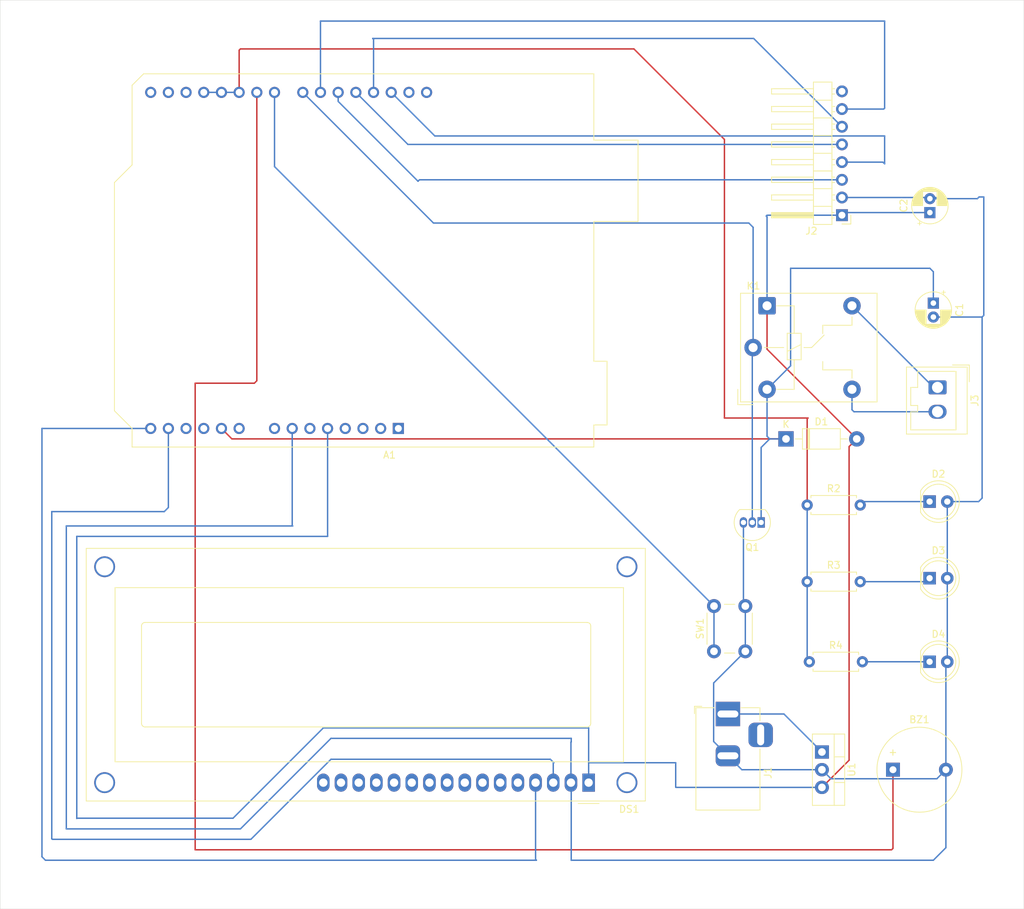
<source format=kicad_pcb>
(kicad_pcb (version 20241229) (generator "pcbnew") (generator_version "9.0")
  (layers (0 "F.Cu" signal) (2 "B.Cu" signal) (13 "F.Paste" user) (15 "B.Paste" user) (5 "F.SilkS" user "F.Silkscreen") (7 "B.SilkS" user "B.Silkscreen") (1 "F.Mask" user) (3 "B.Mask" user) (25 "Edge.Cuts" user))
  (net 0 "")
  (net 2 "+5V")
  (net 4 "/Relay Common")
  (net 6 "/RFID_MOSI")
  (net 7 "/Buzzer_out")
  (net 10 "GND")
  (net 11 "/Relay Ctrl")
  (net 12 "/RFID_RST")
  (net 14 "/LCD_SCL")
  (net 17 "/RFID_SCK")
  (net 18 "/220 ohm")
  (net 23 "/RFID_MISO")
  (net 25 "/LCD_SDA")
  (net 26 "/BTN out")
  (net 28 "/RFID_SDA")
  (net 29 "/LED1_OUT")
  (net 30 "/LED2_OUT")
  (net 31 "/LED3_OUT")
  (net 44 "+12V")
  (net 46 "/Relay OFF")
  (net 47 "/Relay ON")
  (footprint "Connector_BarrelJack:BarrelJack_Horizontal" (layer "F.Cu") (at 130.5 144 90)
    (property "Reference" "J1" (at -8.45 5.75 90) (layer "F.SilkS"))
    (property "Value" "Barrel_Jack")
    (pad "1" thru_hole rect (at 0 0 90) (size 3.5 3.5) (drill oval 1 3) (layers "*.Cu" "*.Mask") (net 44 "+12V"))
    (pad "2" thru_hole roundrect (at -6 0 90) (size 3 3.5) (drill oval 1 3) (layers "*.Cu" "*.Mask") (net 10 "GND"))
    (pad "3" thru_hole roundrect (at -3 4.7 90) (size 3.5 3.5) (drill oval 3 1) (layers "*.Cu" "*.Mask"))
  )
  (footprint "Capacitor_THT:CP_Radial_D5.0mm_P2.00mm" (layer "F.Cu") (at 160 85 -90)
    (property "Reference" "C1" (at 1 -3.75 90) (layer "F.SilkS"))
    (property "Value" "C")
    (pad "1" thru_hole rect (at 0 0 270) (size 1.6 1.6) (drill 0.8) (layers "*.Cu" "*.Mask") (net 11 "/Relay Ctrl"))
    (pad "2" thru_hole circle (at 2 0 270) (size 1.6 1.6) (drill 0.8) (layers "*.Cu" "*.Mask") (net 10 "GND"))
  )
  (footprint "Capacitor_THT:CP_Radial_D5.0mm_P2.00mm" (layer "F.Cu") (at 159.5 72 90)
    (property "Reference" "C2" (at 1 -3.75 90) (layer "F.SilkS"))
    (property "Value" "C")
    (pad "1" thru_hole rect (at 0 0 90) (size 1.6 1.6) (drill 0.8) (layers "*.Cu" "*.Mask") (net 2 "+5V"))
    (pad "2" thru_hole circle (at 2 0 90) (size 1.6 1.6) (drill 0.8) (layers "*.Cu" "*.Mask") (net 10 "GND"))
  )
  (footprint "Package_TO_SOT_THT:TO-220-3_Vertical" (layer "F.Cu") (at 144 149.46 -90)
    (property "Reference" "U1" (at 2.54 -4.27 90) (layer "F.SilkS"))
    (property "Value" "L7805")
    (pad "1" thru_hole rect (at 0 0 270) (size 1.905 2) (drill 1.1) (layers "*.Cu" "*.Mask") (net 44 "+12V"))
    (pad "2" thru_hole oval (at 2.54 0 270) (size 1.905 2) (drill 1.1) (layers "*.Cu" "*.Mask") (net 10 "GND"))
    (pad "3" thru_hole oval (at 5.08 0 270) (size 1.905 2) (drill 1.1) (layers "*.Cu" "*.Mask") (net 2 "+5V"))
  )
  (footprint "Resistor_THT:R_Axial_DIN0207_L6.3mm_D2.5mm_P7.62mm_Horizontal" (layer "F.Cu") (at 142.19 136.5)
    (property "Reference" "R4" (at 3.81 -2.37 0) (layer "F.SilkS"))
    (property "Value" "R")
    (pad "1" thru_hole circle (at 0 0) (size 1.6 1.6) (drill 0.8) (layers "*.Cu" "*.Mask") (net 18 "/220 ohm"))
    (pad "2" thru_hole oval (at 7.62 0) (size 1.6 1.6) (drill 0.8) (layers "*.Cu" "*.Mask") (net 31 "/LED3_OUT"))
  )
  (footprint "LED_THT:LED_D5.0mm" (layer "F.Cu") (at 159.46 113.5)
    (property "Reference" "D2" (at 1.27 -3.96 0) (layer "F.SilkS"))
    (property "Value" "LED")
    (pad "1" thru_hole rect (at 0 0) (size 1.8 1.8) (drill 0.9) (layers "*.Cu" "*.Mask") (net 29 "/LED1_OUT"))
    (pad "2" thru_hole circle (at 2.54 0) (size 1.8 1.8) (drill 0.9) (layers "*.Cu" "*.Mask") (net 10 "GND"))
  )
  (footprint "Relay_THT:Relay_SPDT_Hongfa_HF3F-L-xx-1ZL1T" (layer "F.Cu") (at 136.1175 85.3825)
    (property "Reference" "K1" (at -1.95 -2.85 0) (layer "F.SilkS"))
    (property "Value" "Relay_SPDT")
    (pad "11" thru_hole circle (at -2 6) (size 2.5 2.5) (drill 1.3) (layers "*.Cu" "*.Mask") (net 4 "/Relay Common"))
    (pad "12" thru_hole circle (at 12.2 0) (size 2.5 2.5) (drill 1.3) (layers "*.Cu" "*.Mask") (net 47 "/Relay ON"))
    (pad "14" thru_hole circle (at 12.2 12) (size 2.5 2.5) (drill 1.3) (layers "*.Cu" "*.Mask") (net 46 "/Relay OFF"))
    (pad "A1" thru_hole roundrect (at 0 0) (size 2.5 2.5) (drill 1.3) (layers "*.Cu" "*.Mask") (roundrect_rratio 0.1) (net 2 "+5V"))
    (pad "A2" thru_hole circle (at 0 12) (size 2.5 2.5) (drill 1.3) (layers "*.Cu" "*.Mask") (net 11 "/Relay Ctrl"))
  )
  (footprint "Package_TO_SOT_THT:TO-92_Inline" (layer "F.Cu") (at 135.27 116.5 180)
    (property "Reference" "Q1" (at 1.27 -3.56 0) (layer "F.SilkS"))
    (property "Value" "BC547")
    (pad "1" thru_hole rect (at 0 0 180) (size 1.05 1.5) (drill 0.75) (layers "*.Cu" "*.Mask") (net 11 "/Relay Ctrl"))
    (pad "2" thru_hole oval (at 1.27 0 180) (size 1.05 1.5) (drill 0.75) (layers "*.Cu" "*.Mask") (net 4 "/Relay Common"))
    (pad "3" thru_hole oval (at 2.54 0 180) (size 1.05 1.5) (drill 0.75) (layers "*.Cu" "*.Mask") (net 10 "GND"))
  )
  (footprint "Resistor_THT:R_Axial_DIN0207_L6.3mm_D2.5mm_P7.62mm_Horizontal" (layer "F.Cu") (at 141.88 114)
    (property "Reference" "R2" (at 3.81 -2.37 0) (layer "F.SilkS"))
    (property "Value" "R")
    (pad "1" thru_hole circle (at 0 0) (size 1.6 1.6) (drill 0.8) (layers "*.Cu" "*.Mask") (net 18 "/220 ohm"))
    (pad "2" thru_hole oval (at 7.62 0) (size 1.6 1.6) (drill 0.8) (layers "*.Cu" "*.Mask") (net 29 "/LED1_OUT"))
  )
  (footprint "Module:Arduino_UNO_R2" (layer "F.Cu") (at 83.175 103 180)
    (property "Reference" "A1" (at 1.27 -3.81 0) (layer "F.SilkS"))
    (property "Value" "Arduino_UNO_R2")
    (pad "1" thru_hole rect (at 0 0 270) (size 1.6 1.6) (drill 1) (layers "*.Cu" "*.Mask"))
    (pad "2" thru_hole oval (at 2.54 0 270) (size 1.6 1.6) (drill 1) (layers "*.Cu" "*.Mask"))
    (pad "3" thru_hole oval (at 5.08 0 270) (size 1.6 1.6) (drill 1) (layers "*.Cu" "*.Mask"))
    (pad "4" thru_hole oval (at 7.62 0 270) (size 1.6 1.6) (drill 1) (layers "*.Cu" "*.Mask"))
    (pad "5" thru_hole oval (at 10.16 0 270) (size 1.6 1.6) (drill 1) (layers "*.Cu" "*.Mask") (net 2 "+5V"))
    (pad "6" thru_hole oval (at 12.7 0 270) (size 1.6 1.6) (drill 1) (layers "*.Cu" "*.Mask"))
    (pad "7" thru_hole oval (at 15.24 0 270) (size 1.6 1.6) (drill 1) (layers "*.Cu" "*.Mask") (net 10 "GND"))
    (pad "8" thru_hole oval (at 17.78 0 270) (size 1.6 1.6) (drill 1) (layers "*.Cu" "*.Mask"))
    (pad "9" thru_hole oval (at 22.86 0 270) (size 1.6 1.6) (drill 1) (layers "*.Cu" "*.Mask"))
    (pad "10" thru_hole oval (at 25.4 0 270) (size 1.6 1.6) (drill 1) (layers "*.Cu" "*.Mask") (net 11 "/Relay Ctrl"))
    (pad "11" thru_hole oval (at 27.94 0 270) (size 1.6 1.6) (drill 1) (layers "*.Cu" "*.Mask"))
    (pad "12" thru_hole oval (at 30.48 0 270) (size 1.6 1.6) (drill 1) (layers "*.Cu" "*.Mask"))
    (pad "13" thru_hole oval (at 33.02 0 270) (size 1.6 1.6) (drill 1) (layers "*.Cu" "*.Mask") (net 25 "/LCD_SDA"))
    (pad "14" thru_hole oval (at 35.56 0 270) (size 1.6 1.6) (drill 1) (layers "*.Cu" "*.Mask") (net 14 "/LCD_SCL"))
    (pad "15" thru_hole oval (at 35.56 48.26 270) (size 1.6 1.6) (drill 1) (layers "*.Cu" "*.Mask"))
    (pad "16" thru_hole oval (at 33.02 48.26 270) (size 1.6 1.6) (drill 1) (layers "*.Cu" "*.Mask"))
    (pad "17" thru_hole oval (at 30.48 48.26 270) (size 1.6 1.6) (drill 1) (layers "*.Cu" "*.Mask"))
    (pad "18" thru_hole oval (at 27.94 48.26 270) (size 1.6 1.6) (drill 1) (layers "*.Cu" "*.Mask") (net 18 "/220 ohm"))
    (pad "19" thru_hole oval (at 25.4 48.26 270) (size 1.6 1.6) (drill 1) (layers "*.Cu" "*.Mask") (net 18 "/220 ohm"))
    (pad "20" thru_hole oval (at 22.86 48.26 270) (size 1.6 1.6) (drill 1) (layers "*.Cu" "*.Mask") (net 18 "/220 ohm"))
    (pad "21" thru_hole oval (at 20.32 48.26 270) (size 1.6 1.6) (drill 1) (layers "*.Cu" "*.Mask") (net 7 "/Buzzer_out"))
    (pad "22" thru_hole oval (at 17.78 48.26 270) (size 1.6 1.6) (drill 1) (layers "*.Cu" "*.Mask") (net 26 "/BTN out"))
    (pad "23" thru_hole oval (at 13.72 48.26 270) (size 1.6 1.6) (drill 1) (layers "*.Cu" "*.Mask") (net 4 "/Relay Common"))
    (pad "24" thru_hole oval (at 11.18 48.26 270) (size 1.6 1.6) (drill 1) (layers "*.Cu" "*.Mask") (net 12 "/RFID_RST"))
    (pad "25" thru_hole oval (at 8.64 48.26 270) (size 1.6 1.6) (drill 1) (layers "*.Cu" "*.Mask") (net 28 "/RFID_SDA"))
    (pad "26" thru_hole oval (at 6.1 48.26 270) (size 1.6 1.6) (drill 1) (layers "*.Cu" "*.Mask") (net 6 "/RFID_MOSI"))
    (pad "27" thru_hole oval (at 3.56 48.26 270) (size 1.6 1.6) (drill 1) (layers "*.Cu" "*.Mask") (net 23 "/RFID_MISO"))
    (pad "28" thru_hole oval (at 1.02 48.26 270) (size 1.6 1.6) (drill 1) (layers "*.Cu" "*.Mask") (net 17 "/RFID_SCK"))
    (pad "29" thru_hole oval (at -1.52 48.26 270) (size 1.6 1.6) (drill 1) (layers "*.Cu" "*.Mask"))
    (pad "30" thru_hole oval (at -4.06 48.26 270) (size 1.6 1.6) (drill 1) (layers "*.Cu" "*.Mask"))
  )
  (footprint "Resistor_THT:R_Axial_DIN0207_L6.3mm_D2.5mm_P7.62mm_Horizontal" (layer "F.Cu") (at 141.88 125)
    (property "Reference" "R3" (at 3.81 -2.37 0) (layer "F.SilkS"))
    (property "Value" "R")
    (pad "1" thru_hole circle (at 0 0) (size 1.6 1.6) (drill 0.8) (layers "*.Cu" "*.Mask") (net 18 "/220 ohm"))
    (pad "2" thru_hole oval (at 7.62 0) (size 1.6 1.6) (drill 0.8) (layers "*.Cu" "*.Mask") (net 30 "/LED2_OUT"))
  )
  (footprint "Connector_Wago:Wago_734-132_1x02_P3.50mm_Vertical" (layer "F.Cu") (at 160.6 97.1 -90)
    (property "Reference" "J3" (at 1.9 -5.35 90) (layer "F.SilkS"))
    (property "Value" "Screw_Terminal_01x02")
    (pad "1" thru_hole roundrect (at 0 0 270) (size 2 2.6) (drill 1.6) (layers "*.Cu" "*.Mask") (roundrect_rratio 0.125) (net 47 "/Relay ON"))
    (pad "2" thru_hole oval (at 3.5 0 270) (size 2 2.6) (drill 1.6) (layers "*.Cu" "*.Mask") (net 46 "/Relay OFF"))
  )
  (footprint "LED_THT:LED_D5.0mm" (layer "F.Cu") (at 159.46 136.5)
    (property "Reference" "D4" (at 1.27 -3.96 0) (layer "F.SilkS"))
    (property "Value" "LED")
    (pad "1" thru_hole rect (at 0 0) (size 1.8 1.8) (drill 0.9) (layers "*.Cu" "*.Mask") (net 31 "/LED3_OUT"))
    (pad "2" thru_hole circle (at 2.54 0) (size 1.8 1.8) (drill 0.9) (layers "*.Cu" "*.Mask") (net 10 "GND"))
  )
  (footprint "Diode_THT:D_DO-41_SOD81_P10.16mm_Horizontal" (layer "F.Cu") (at 138.84 104.5)
    (property "Reference" "D1" (at 5.08 -2.47 0) (layer "F.SilkS"))
    (property "Value" "1N4007")
    (fp_text user "K" (at 0 -2.1 0) (layer "F.SilkS"))
    (pad "1" thru_hole rect (at 0 0) (size 2.2 2.2) (drill 1.1) (layers "*.Cu" "*.Mask") (net 11 "/Relay Ctrl"))
    (pad "2" thru_hole oval (at 10.16 0) (size 2.2 2.2) (drill 1.1) (layers "*.Cu" "*.Mask") (net 2 "+5V"))
  )
  (footprint "Button_Switch_THT:SW_PUSH_6mm" (layer "F.Cu") (at 128.5 135 90)
    (property "Reference" "SW1" (at 3.25 -2 90) (layer "F.SilkS"))
    (property "Value" "SW_Push")
    (pad "1" thru_hole circle (at 0 0 180) (size 2 2) (drill 1.1) (layers "*.Cu" "*.Mask") (net 26 "/BTN out"))
    (pad "1" thru_hole circle (at 6.5 0 180) (size 2 2) (drill 1.1) (layers "*.Cu" "*.Mask") (net 26 "/BTN out"))
    (pad "2" thru_hole circle (at 0 4.5 180) (size 2 2) (drill 1.1) (layers "*.Cu" "*.Mask") (net 10 "GND"))
    (pad "2" thru_hole circle (at 6.5 4.5 180) (size 2 2) (drill 1.1) (layers "*.Cu" "*.Mask") (net 10 "GND"))
  )
  (footprint "LED_THT:LED_D5.0mm" (layer "F.Cu") (at 159.46 124.5)
    (property "Reference" "D3" (at 1.27 -3.96 0) (layer "F.SilkS"))
    (property "Value" "LED")
    (pad "1" thru_hole rect (at 0 0) (size 1.8 1.8) (drill 0.9) (layers "*.Cu" "*.Mask") (net 30 "/LED2_OUT"))
    (pad "2" thru_hole circle (at 2.54 0) (size 1.8 1.8) (drill 0.9) (layers "*.Cu" "*.Mask") (net 10 "GND"))
  )
  (footprint "Buzzer_Beeper:Buzzer_12x9.5RM7.6" (layer "F.Cu") (at 154.2 152)
    (property "Reference" "BZ1" (at 3.8 -7.2 0) (layer "F.SilkS"))
    (property "Value" "Buzzer")
    (fp_text user "+" (at -0.01 -2.54 0) (layer "F.SilkS"))
    (pad "1" thru_hole rect (at 0 0) (size 2 2) (drill 1) (layers "*.Cu" "*.Mask") (net 7 "/Buzzer_out"))
    (pad "2" thru_hole circle (at 7.6 0) (size 2 2) (drill 1) (layers "*.Cu" "*.Mask") (net 10 "GND"))
  )
  (footprint "Connector_PinHeader_2.54mm:PinHeader_1x08_P2.54mm_Horizontal" (layer "F.Cu") (at 146.875 72.375 180)
    (property "Reference" "J2" (at 4.385 -2.27 0) (layer "F.SilkS"))
    (property "Value" "Conn_01x08_Pin")
    (pad "1" thru_hole rect (at 0 0 180) (size 1.7 1.7) (drill 1) (layers "*.Cu" "*.Mask") (net 2 "+5V"))
    (pad "2" thru_hole oval (at 0 2.54 180) (size 1.7 1.7) (drill 1) (layers "*.Cu" "*.Mask") (net 10 "GND"))
    (pad "3" thru_hole oval (at 0 5.08 180) (size 1.7 1.7) (drill 1) (layers "*.Cu" "*.Mask") (net 28 "/RFID_SDA"))
    (pad "4" thru_hole oval (at 0 7.62 180) (size 1.7 1.7) (drill 1) (layers "*.Cu" "*.Mask") (net 17 "/RFID_SCK"))
    (pad "5" thru_hole oval (at 0 10.16 180) (size 1.7 1.7) (drill 1) (layers "*.Cu" "*.Mask") (net 6 "/RFID_MOSI"))
    (pad "6" thru_hole oval (at 0 12.7 180) (size 1.7 1.7) (drill 1) (layers "*.Cu" "*.Mask") (net 23 "/RFID_MISO"))
    (pad "7" thru_hole oval (at 0 15.24 180) (size 1.7 1.7) (drill 1) (layers "*.Cu" "*.Mask") (net 12 "/RFID_RST"))
    (pad "8" thru_hole oval (at 0 17.78 180) (size 1.7 1.7) (drill 1) (layers "*.Cu" "*.Mask"))
  )
  (footprint "Display:WC1602A" (layer "F.Cu") (at 110.5 153.8575 180)
    (property "Reference" "DS1" (at -5.82 -3.81 0) (layer "F.SilkS"))
    (property "Value" "WC1602A")
    (pad "" thru_hole circle (at -5.4991 0 180) (size 3 3) (drill 2.5) (layers "*.Cu" "*.Mask"))
    (pad "" thru_hole circle (at -5.4991 31.0007 180) (size 3 3) (drill 2.5) (layers "*.Cu" "*.Mask"))
    (pad "" thru_hole circle (at 69.49948 31.0007 180) (size 3 3) (drill 2.5) (layers "*.Cu" "*.Mask"))
    (pad "" thru_hole circle (at 69.5 0 180) (size 3 3) (drill 2.5) (layers "*.Cu" "*.Mask"))
    (pad "1" thru_hole rect (at 0 0 180) (size 1.8 2.6) (drill 1.2) (layers "*.Cu" "*.Mask") (net 2 "+5V"))
    (pad "2" thru_hole oval (at 2.54 0 180) (size 1.8 2.6) (drill 1.2) (layers "*.Cu" "*.Mask") (net 10 "GND"))
    (pad "3" thru_hole oval (at 5.08 0 180) (size 1.8 2.6) (drill 1.2) (layers "*.Cu" "*.Mask") (net 25 "/LCD_SDA"))
    (pad "4" thru_hole oval (at 7.62 0 180) (size 1.8 2.6) (drill 1.2) (layers "*.Cu" "*.Mask") (net 14 "/LCD_SCL"))
    (pad "5" thru_hole oval (at 10.16 0 180) (size 1.8 2.6) (drill 1.2) (layers "*.Cu" "*.Mask"))
    (pad "6" thru_hole oval (at 12.7 0 180) (size 1.8 2.6) (drill 1.2) (layers "*.Cu" "*.Mask"))
    (pad "7" thru_hole oval (at 15.24 0 180) (size 1.8 2.6) (drill 1.2) (layers "*.Cu" "*.Mask"))
    (pad "8" thru_hole oval (at 17.78 0 180) (size 1.8 2.6) (drill 1.2) (layers "*.Cu" "*.Mask"))
    (pad "9" thru_hole oval (at 20.32 0 180) (size 1.8 2.6) (drill 1.2) (layers "*.Cu" "*.Mask"))
    (pad "10" thru_hole oval (at 22.86 0 180) (size 1.8 2.6) (drill 1.2) (layers "*.Cu" "*.Mask"))
    (pad "11" thru_hole oval (at 25.4 0 180) (size 1.8 2.6) (drill 1.2) (layers "*.Cu" "*.Mask"))
    (pad "12" thru_hole oval (at 27.94 0 180) (size 1.8 2.6) (drill 1.2) (layers "*.Cu" "*.Mask"))
    (pad "13" thru_hole oval (at 30.48 0 180) (size 1.8 2.6) (drill 1.2) (layers "*.Cu" "*.Mask"))
    (pad "14" thru_hole oval (at 33.02 0 180) (size 1.8 2.6) (drill 1.2) (layers "*.Cu" "*.Mask"))
    (pad "15" thru_hole oval (at 35.56 0 180) (size 1.8 2.6) (drill 1.2) (layers "*.Cu" "*.Mask"))
    (pad "16" thru_hole oval (at 38.1 0 180) (size 1.8 2.6) (drill 1.2) (layers "*.Cu" "*.Mask"))
  )
  (gr_rect (start 26 41.5) (end 173 172) (stroke (width 0.05)) (fill no) (layer "Edge.Cuts"))
  (segment (start 136.1175 91.6175) (end 149 104.5) (width 0.2) (layer "F.Cu") (net 2))
  (segment (start 147.900001 150.639999) (end 144 154.54) (width 0.2) (layer "F.Cu") (net 2))
  (segment (start 136.1175 85.3825) (end 136.1175 91.6175) (width 0.2) (layer "F.Cu") (net 2))
  (segment (start 147.900001 105.599999) (end 147.900001 150.639999) (width 0.2) (layer "F.Cu") (net 2))
  (segment (start 149 104.5) (end 147.900001 105.599999) (width 0.2) (layer "F.Cu") (net 2))
  (segment (start 37 159) (end 37.036661 158.963339) (width 0.2) (layer "B.Cu") (net 2))
  (segment (start 136 72.5) (end 136.1175 72.6175) (width 0.2) (layer "B.Cu") (net 2))
  (segment (start 72.402165 146) (end 110.5 146) (width 0.2) (layer "B.Cu") (net 2))
  (segment (start 123 154.5) (end 123.04 154.54) (width 0.2) (layer "B.Cu") (net 2))
  (segment (start 37 118.5) (end 37 159) (width 0.2) (layer "B.Cu") (net 2))
  (segment (start 136.1175 72.6175) (end 136.1175 85.3825) (width 0.2) (layer "B.Cu") (net 2))
  (segment (start 123 151) (end 123 154.5) (width 0.2) (layer "B.Cu") (net 2))
  (segment (start 73.015 103) (end 73.015 118.485) (width 0.2) (layer "B.Cu") (net 2))
  (segment (start 37.036661 158.963339) (end 59.438826 158.963339) (width 0.2) (layer "B.Cu") (net 2))
  (segment (start 73.015 118.485) (end 73 118.5) (width 0.2) (layer "B.Cu") (net 2))
  (segment (start 110.5 146) (end 110.5 151) (width 0.2) (layer "B.Cu") (net 2))
  (segment (start 146.875 72.375) (end 136.125 72.375) (width 0.2) (layer "B.Cu") (net 2))
  (segment (start 147.25 72) (end 146.875 72.375) (width 0.2) (layer "B.Cu") (net 2))
  (segment (start 159.5 72) (end 147.25 72) (width 0.2) (layer "B.Cu") (net 2))
  (segment (start 123.04 154.54) (end 144 154.54) (width 0.2) (layer "B.Cu") (net 2))
  (segment (start 73 118.5) (end 37 118.5) (width 0.2) (layer "B.Cu") (net 2))
  (segment (start 110.5 151) (end 123 151) (width 0.2) (layer "B.Cu") (net 2))
  (segment (start 136.125 72.375) (end 136 72.5) (width 0.2) (layer "B.Cu") (net 2))
  (segment (start 59.438826 158.963339) (end 72.402165 146) (width 0.2) (layer "B.Cu") (net 2))
  (segment (start 136.1175 85.3825) (end 136.735 86) (width 0.2) (layer "B.Cu") (net 2))
  (segment (start 110.5 151) (end 110.5 153.8575) (width 0.2) (layer "B.Cu") (net 2))
  (segment (start 134 116.5) (end 134 91.5) (width 0.2) (layer "B.Cu") (net 4))
  (segment (start 133.5 73.5) (end 134.1175 74.1175) (width 0.2) (layer "B.Cu") (net 4))
  (segment (start 134.1175 74.1175) (end 134.1175 91.3825) (width 0.2) (layer "B.Cu") (net 4))
  (segment (start 134 91.5) (end 134.1175 91.3825) (width 0.2) (layer "B.Cu") (net 4))
  (segment (start 69.455 54.74) (end 88.215 73.5) (width 0.2) (layer "B.Cu") (net 4))
  (segment (start 88.215 73.5) (end 133.5 73.5) (width 0.2) (layer "B.Cu") (net 4))
  (segment (start 84.55 62.215) (end 146.875 62.215) (width 0.2) (layer "B.Cu") (net 6))
  (segment (start 77.075 54.74) (end 84.55 62.215) (width 0.2) (layer "B.Cu") (net 6))
  (segment (start 154 163.5) (end 154.2 163.3) (width 0.2) (layer "F.Cu") (net 7))
  (segment (start 62.5 96.5) (end 54 96.5) (width 0.2) (layer "F.Cu") (net 7))
  (segment (start 62.855 96.145) (end 62.5 96.5) (width 0.2) (layer "F.Cu") (net 7))
  (segment (start 54 163.5) (end 154 163.5) (width 0.2) (layer "F.Cu") (net 7))
  (segment (start 154.2 163.3) (end 154.2 152) (width 0.2) (layer "F.Cu") (net 7))
  (segment (start 54 96.5) (end 54 163.5) (width 0.2) (layer "F.Cu") (net 7))
  (segment (start 62.855 54.74) (end 62.855 96.145) (width 0.2) (layer "F.Cu") (net 7))
  (segment (start 146.875 69.835) (end 160.335 69.835) (width 0.2) (layer "B.Cu") (net 10))
  (segment (start 128.449 147.949) (end 128.449 139.551) (width 0.2) (layer "B.Cu") (net 10))
  (segment (start 160 87) (end 167 87) (width 0.2) (layer "B.Cu") (net 10))
  (segment (start 108 165) (end 160 165) (width 0.2) (layer "B.Cu") (net 10))
  (segment (start 166.564032 69.759701) (end 166.323733 70) (width 0.2) (layer "B.Cu") (net 10))
  (segment (start 161.8 163.2) (end 161.8 152) (width 0.2) (layer "B.Cu") (net 10))
  (segment (start 161.8 152) (end 161.8 136.7) (width 0.2) (layer "B.Cu") (net 10))
  (segment (start 144 152) (end 145.301 153.301) (width 0.2) (layer "B.Cu") (net 10))
  (segment (start 161.8 136.7) (end 162 136.5) (width 0.2) (layer "B.Cu") (net 10))
  (segment (start 107.96 153.8575) (end 108 153.8975) (width 0.2) (layer "B.Cu") (net 10))
  (segment (start 160.5 70) (end 159.5 70) (width 0.2) (layer "B.Cu") (net 10))
  (segment (start 67.935 116.935) (end 68 117) (width 0.2) (layer "B.Cu") (net 10))
  (segment (start 67.935 103) (end 67.935 116.935) (width 0.2) (layer "B.Cu") (net 10))
  (segment (start 167.24137 86.75863) (end 167.24137 69.759701) (width 0.2) (layer "B.Cu") (net 10))
  (segment (start 68 117) (end 35.5 117) (width 0.2) (layer "B.Cu") (net 10))
  (segment (start 166.5 113.5) (end 167 113) (width 0.2) (layer "B.Cu") (net 10))
  (segment (start 167.24137 69.759701) (end 166.564032 69.759701) (width 0.2) (layer "B.Cu") (net 10))
  (segment (start 160.5 153.302) (end 160.499 153.301) (width 0.2) (layer "B.Cu") (net 10))
  (segment (start 60.5 160.5) (end 73.5 147.5) (width 0.2) (layer "B.Cu") (net 10))
  (segment (start 73.5 147.5) (end 108 147.5) (width 0.2) (layer "B.Cu") (net 10))
  (segment (start 160 165) (end 161.8 163.2) (width 0.2) (layer "B.Cu") (net 10))
  (segment (start 132.73 116.5) (end 132.73 128.23) (width 0.2) (layer "B.Cu") (net 10))
  (segment (start 145.301 153.301) (end 160.499 153.301) (width 0.2) (layer "B.Cu") (net 10))
  (segment (start 108 153.8975) (end 108 165) (width 0.2) (layer "B.Cu") (net 10))
  (segment (start 128.449 139.551) (end 133 135) (width 0.2) (layer "B.Cu") (net 10))
  (segment (start 166.323733 70) (end 160.5 70) (width 0.2) (layer "B.Cu") (net 10))
  (segment (start 162 113.5) (end 162 124.5) (width 0.2) (layer "B.Cu") (net 10))
  (segment (start 133 135) (end 133 128.5) (width 0.2) (layer "B.Cu") (net 10))
  (segment (start 167 113) (end 167 87) (width 0.2) (layer "B.Cu") (net 10))
  (segment (start 160.335 69.835) (end 160.5 70) (width 0.2) (layer "B.Cu") (net 10))
  (segment (start 108 148) (end 107.96 148.04) (width 0.2) (layer "B.Cu") (net 10))
  (segment (start 132.73 128.23) (end 133 128.5) (width 0.2) (layer "B.Cu") (net 10))
  (segment (start 162 124.5) (end 162 136.5) (width 0.2) (layer "B.Cu") (net 10))
  (segment (start 162 113.5) (end 166.5 113.5) (width 0.2) (layer "B.Cu") (net 10))
  (segment (start 144 152) (end 132.5 152) (width 0.2) (layer "B.Cu") (net 10))
  (segment (start 35.5 117) (end 35.5 160.5) (width 0.2) (layer "B.Cu") (net 10))
  (segment (start 167 87) (end 167.24137 86.75863) (width 0.2) (layer "B.Cu") (net 10))
  (segment (start 35.5 160.5) (end 60.5 160.5) (width 0.2) (layer "B.Cu") (net 10))
  (segment (start 107.96 148.04) (end 107.96 153.8575) (width 0.2) (layer "B.Cu") (net 10))
  (segment (start 108 147.5) (end 108 148) (width 0.2) (layer "B.Cu") (net 10))
  (segment (start 132.5 152) (end 130.5 150) (width 0.2) (layer "B.Cu") (net 10))
  (segment (start 160.499 153.301) (end 161.8 152) (width 0.2) (layer "B.Cu") (net 10))
  (segment (start 130.5 150) (end 128.449 147.949) (width 0.2) (layer "B.Cu") (net 10))
  (segment (start 59.275 104.5) (end 138.84 104.5) (width 0.2) (layer "F.Cu") (net 11))
  (segment (start 57.775 103) (end 59.275 104.5) (width 0.2) (layer "F.Cu") (net 11))
  (segment (start 136.5 104.5) (end 135.27 105.73) (width 0.2) (layer "B.Cu") (net 11))
  (segment (start 139.5 80) (end 139.5 94) (width 0.2) (layer "B.Cu") (net 11))
  (segment (start 160 85) (end 160 80.5) (width 0.2) (layer "B.Cu") (net 11))
  (segment (start 139.5 94) (end 136.1175 97.3825) (width 0.2) (layer "B.Cu") (net 11))
  (segment (start 136.1175 104.1175) (end 136.5 104.5) (width 0.2) (layer "B.Cu") (net 11))
  (segment (start 136.1175 97.3825) (end 136.1175 104.1175) (width 0.2) (layer "B.Cu") (net 11))
  (segment (start 135.27 105.73) (end 135.27 116.5) (width 0.2) (layer "B.Cu") (net 11))
  (segment (start 160 80.5) (end 159.5 80) (width 0.2) (layer "B.Cu") (net 11))
  (segment (start 136.5 104.5) (end 138.84 104.5) (width 0.2) (layer "B.Cu") (net 11))
  (segment (start 159.5 80) (end 139.5 80) (width 0.2) (layer "B.Cu") (net 11))
  (segment (start 71.995 44.505) (end 72 44.5) (width 0.2) (layer "B.Cu") (net 12))
  (segment (start 72 44.5) (end 153 44.5) (width 0.2) (layer "B.Cu") (net 12))
  (segment (start 71.995 54.74) (end 71.995 44.505) (width 0.2) (layer "B.Cu") (net 12))
  (segment (start 152.865 57.135) (end 146.875 57.135) (width 0.2) (layer "B.Cu") (net 12))
  (segment (start 153 44.5) (end 153 57) (width 0.2) (layer "B.Cu") (net 12))
  (segment (start 153 57) (end 152.865 57.135) (width 0.2) (layer "B.Cu") (net 12))
  (segment (start 102.88 164.88) (end 102.88 153.8575) (width 0.2) (layer "B.Cu") (net 14))
  (segment (start 103 165) (end 102.88 164.88) (width 0.2) (layer "B.Cu") (net 14))
  (segment (start 32 164.5) (end 32.5 165) (width 0.2) (layer "B.Cu") (net 14))
  (segment (start 32.5 165) (end 103 165) (width 0.2) (layer "B.Cu") (net 14))
  (segment (start 32 103) (end 32 164.5) (width 0.2) (layer "B.Cu") (net 14))
  (segment (start 47.615 103) (end 32 103) (width 0.2) (layer "B.Cu") (net 14))
  (segment (start 152.755 64.755) (end 146.875 64.755) (width 0.2) (layer "B.Cu") (net 17))
  (segment (start 82.155 54.74) (end 88.415 61) (width 0.2) (layer "B.Cu") (net 17))
  (segment (start 153 61) (end 153 65) (width 0.2) (layer "B.Cu") (net 17))
  (segment (start 88.415 61) (end 153 61) (width 0.2) (layer "B.Cu") (net 17))
  (segment (start 153 65) (end 152.755 64.755) (width 0.2) (layer "B.Cu") (net 17))
  (segment (start 141.88 101.62) (end 141.88 114) (width 0.2) (layer "F.Cu") (net 18))
  (segment (start 130 101.5) (end 142 101.5) (width 0.2) (layer "F.Cu") (net 18))
  (segment (start 60.5 48.5) (end 117 48.5) (width 0.2) (layer "F.Cu") (net 18))
  (segment (start 117 48.5) (end 130 61.5) (width 0.2) (layer "F.Cu") (net 18))
  (segment (start 60.315 48.685) (end 60.5 48.5) (width 0.2) (layer "F.Cu") (net 18))
  (segment (start 60.315 54.74) (end 60.315 48.685) (width 0.2) (layer "F.Cu") (net 18))
  (segment (start 130 61.5) (end 130 101.5) (width 0.2) (layer "F.Cu") (net 18))
  (segment (start 142 101.5) (end 141.88 101.62) (width 0.2) (layer "F.Cu") (net 18))
  (segment (start 55.235 54.74) (end 60.315 54.74) (width 0.2) (layer "B.Cu") (net 18))
  (segment (start 141.88 136.19) (end 142.19 136.5) (width 0.2) (layer "B.Cu") (net 18))
  (segment (start 141.88 114) (end 141.88 125) (width 0.2) (layer "B.Cu") (net 18))
  (segment (start 141.88 125) (end 141.88 136.19) (width 0.2) (layer "B.Cu") (net 18))
  (segment (start 79.5 47) (end 134.2 47) (width 0.2) (layer "B.Cu") (net 23))
  (segment (start 134.2 47) (end 146.875 59.675) (width 0.2) (layer "B.Cu") (net 23))
  (segment (start 79.615 47.115) (end 79.5 47) (width 0.2) (layer "B.Cu") (net 23))
  (segment (start 79.615 54.74) (end 79.615 47.115) (width 0.2) (layer "B.Cu") (net 23))
  (segment (start 105.42 151.08) (end 105.42 153.8575) (width 0.2) (layer "B.Cu") (net 25))
  (segment (start 33.5 162) (end 62 162) (width 0.2) (layer "B.Cu") (net 25))
  (segment (start 105.5 151) (end 105.42 151.08) (width 0.2) (layer "B.Cu") (net 25))
  (segment (start 33.409668 114.936325) (end 33.409668 161.909668) (width 0.2) (layer "B.Cu") (net 25))
  (segment (start 50.155 114.345) (end 49.563675 114.936325) (width 0.2) (layer "B.Cu") (net 25))
  (segment (start 33.409668 161.909668) (end 33.5 162) (width 0.2) (layer "B.Cu") (net 25))
  (segment (start 73.5 150.5) (end 105 150.5) (width 0.2) (layer "B.Cu") (net 25))
  (segment (start 62 162) (end 73.5 150.5) (width 0.2) (layer "B.Cu") (net 25))
  (segment (start 50.155 103) (end 50.155 114.345) (width 0.2) (layer "B.Cu") (net 25))
  (segment (start 105 150.5) (end 105.5 151) (width 0.2) (layer "B.Cu") (net 25))
  (segment (start 49.563675 114.936325) (end 33.409668 114.936325) (width 0.2) (layer "B.Cu") (net 25))
  (segment (start 128.5 128.5) (end 65.395 65.395) (width 0.2) (layer "B.Cu") (net 26))
  (segment (start 128.5 135) (end 128.5 128.5) (width 0.2) (layer "B.Cu") (net 26))
  (segment (start 65.395 65.395) (end 65.395 54.74) (width 0.2) (layer "B.Cu") (net 26))
  (segment (start 86 67.5) (end 86.205 67.295) (width 0.2) (layer "B.Cu") (net 28))
  (segment (start 86.205 67.295) (end 146.875 67.295) (width 0.2) (layer "B.Cu") (net 28))
  (segment (start 74.535 56.035) (end 86 67.5) (width 0.2) (layer "B.Cu") (net 28))
  (segment (start 74.535 54.74) (end 74.535 56.035) (width 0.2) (layer "B.Cu") (net 28))
  (segment (start 150 113.5) (end 149.5 114) (width 0.2) (layer "B.Cu") (net 29))
  (segment (start 159.46 113.5) (end 150 113.5) (width 0.2) (layer "B.Cu") (net 29))
  (segment (start 149.5 125) (end 158.96 125) (width 0.2) (layer "B.Cu") (net 30))
  (segment (start 158.96 125) (end 159.46 124.5) (width 0.2) (layer "B.Cu") (net 30))
  (segment (start 149.81 136.5) (end 159.46 136.5) (width 0.2) (layer "B.Cu") (net 31))
  (segment (start 138.54 144) (end 130.5 144) (width 0.2) (layer "B.Cu") (net 44))
  (segment (start 144 149.46) (end 138.54 144) (width 0.2) (layer "B.Cu") (net 44))
  (segment (start 148.6 100.6) (end 160.6 100.6) (width 0.2) (layer "B.Cu") (net 46))
  (segment (start 148.3175 100.3175) (end 148.6 100.6) (width 0.2) (layer "B.Cu") (net 46))
  (segment (start 148.3175 97.3825) (end 148.3175 100.3175) (width 0.2) (layer "B.Cu") (net 46))
  (segment (start 160.035 97.1) (end 160.6 97.1) (width 0.2) (layer "B.Cu") (net 47))
  (segment (start 148.3175 85.3825) (end 160.035 97.1) (width 0.2) (layer "B.Cu") (net 47))
)
</source>
